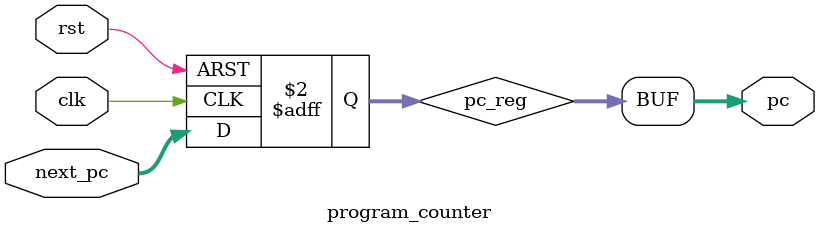
<source format=v>
module program_counter (
    input wire clk,
    input wire rst,
    input wire [31:0] next_pc,
    output wire [31:0] pc
);

    reg [31:0] pc_reg;

    always @(posedge clk or posedge rst) begin
        if (rst) begin
            pc_reg <= 32'b0;
        end else begin
            pc_reg <= next_pc;
        end
    end

    assign pc = pc_reg;

endmodule

</source>
